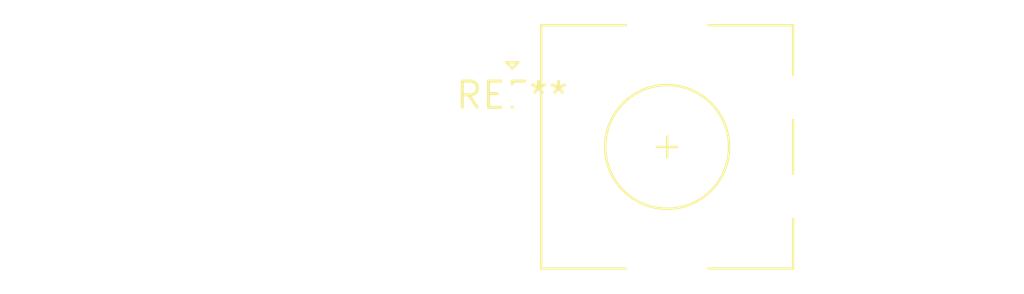
<source format=kicad_pcb>
(kicad_pcb (version 20240108) (generator pcbnew)
  (layers (0 "F.Cu" signal) (31 "B.Cu" signal) (34 "B.Paste" user) (35 "F.Paste" user) (36 "B.SilkS" user "B.Silkscreen") (37 "F.SilkS" user "F.Silkscreen") (38 "B.Mask" user) (39 "F.Mask" user) (44 "Edge.Cuts" user))
  (net 0 "")
  (footprint "RotaryEncoder_Alps_EC11E-Switch_Vertical_H20mm" (layer "F.Cu") (at 0 0)
    (property "Reference" "REF**")
    (property "Value" "RotaryEncoder_Alps_EC11E-Switch_Vertical_H20mm")
    (fp_line (start -0.3 -1.6) (end 0.3 -1.6) (layer "F.SilkS") (stroke (width 0.12)))
    (fp_line (start 0 -1.3) (end -0.3 -1.6) (layer "F.SilkS") (stroke (width 0.12)))
    (fp_line (start 0.3 -1.6) (end 0 -1.3) (layer "F.SilkS") (stroke (width 0.12)))
    (fp_line (start 1.4 -3.4) (end 1.4 8.4) (layer "F.SilkS") (stroke (width 0.12)))
    (fp_line (start 5.5 -3.4) (end 1.4 -3.4) (layer "F.SilkS") (stroke (width 0.12)))
    (fp_line (start 5.5 8.4) (end 1.4 8.4) (layer "F.SilkS") (stroke (width 0.12)))
    (fp_line (start 7 2.5) (end 8 2.5) (layer "F.SilkS") (stroke (width 0.12)))
    (fp_line (start 7.5 2) (end 7.5 3) (layer "F.SilkS") (stroke (width 0.12)))
    (fp_line (start 9.5 -3.4) (end 13.6 -3.4) (layer "F.SilkS") (stroke (width 0.12)))
    (fp_line (start 13.6 -3.4) (end 13.6 -1) (layer "F.SilkS") (stroke (width 0.12)))
    (fp_line (start 13.6 1.2) (end 13.6 3.8) (layer "F.SilkS") (stroke (width 0.12)))
    (fp_line (start 13.6 6) (end 13.6 8.4) (layer "F.SilkS") (stroke (width 0.12)))
    (fp_line (start 13.6 8.4) (end 9.5 8.4) (layer "F.SilkS") (stroke (width 0.12)))
    (fp_circle (center 7.5 2.5) (end 10.5 2.5) (layer "F.SilkS") (stroke (width 0.12)) (fill none))
    (pad "A" thru_hole rect (at 0 0) (size 2 2) (drill 1) (layers *.Cu *.Mask) (remove_unused_layers))
    (pad "B" thru_hole circle (at 0 5) (size 2 2) (drill 1) (layers *.Cu *.Mask) (remove_unused_layers))
    (pad "C" thru_hole circle (at 0 2.5) (size 2 2) (drill 1) (layers *.Cu *.Mask) (remove_unused_layers))
    (pad "MP" thru_hole rect (at 7.5 -3.1) (size 3.2 2) (drill oval 2.8 1.5) (layers *.Cu *.Mask) (remove_unused_layers))
    (pad "MP" thru_hole rect (at 7.5 8.1) (size 3.2 2) (drill oval 2.8 1.5) (layers *.Cu *.Mask) (remove_unused_layers))
    (pad "S1" thru_hole circle (at 14.5 5) (size 2 2) (drill 1) (layers *.Cu *.Mask) (remove_unused_layers))
    (pad "S2" thru_hole circle (at 14.5 0) (size 2 2) (drill 1) (layers *.Cu *.Mask) (remove_unused_layers))
  )
)
</source>
